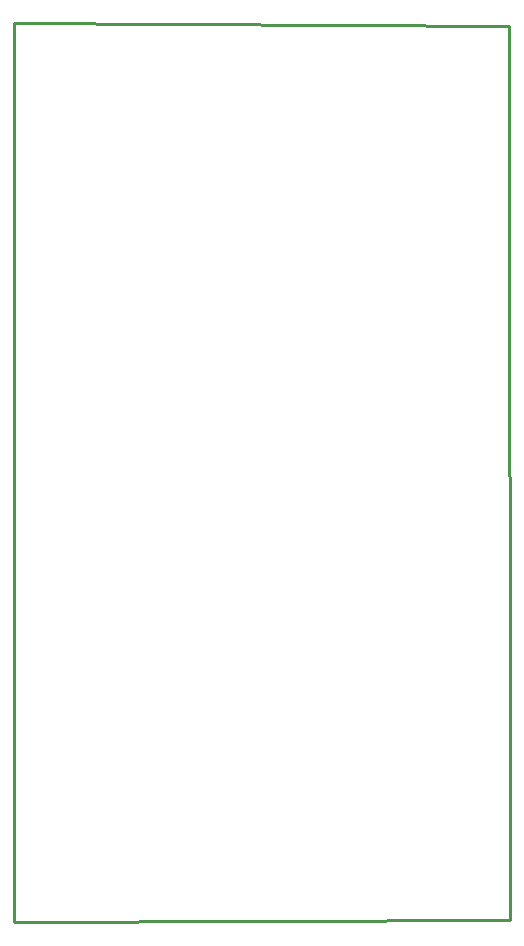
<source format=gko>
G04 Layer: BoardOutlineLayer*
G04 EasyEDA v6.5.40, 2024-04-09 13:00:43*
G04 45367eb91e814c0fbe99eb78d241ce03,df7e7e3c38a3447abd37b529b333d242,10*
G04 Gerber Generator version 0.2*
G04 Scale: 100 percent, Rotated: No, Reflected: No *
G04 Dimensions in millimeters *
G04 leading zeros omitted , absolute positions ,4 integer and 5 decimal *
%FSLAX45Y45*%
%MOMM*%

%ADD10C,0.2540*%
D10*
X520700Y6858000D02*
G01*
X4711700Y6832600D01*
X4724400Y-736600D01*
X520700Y-749300D01*
X520700Y6858000D01*

%LPD*%
M02*

</source>
